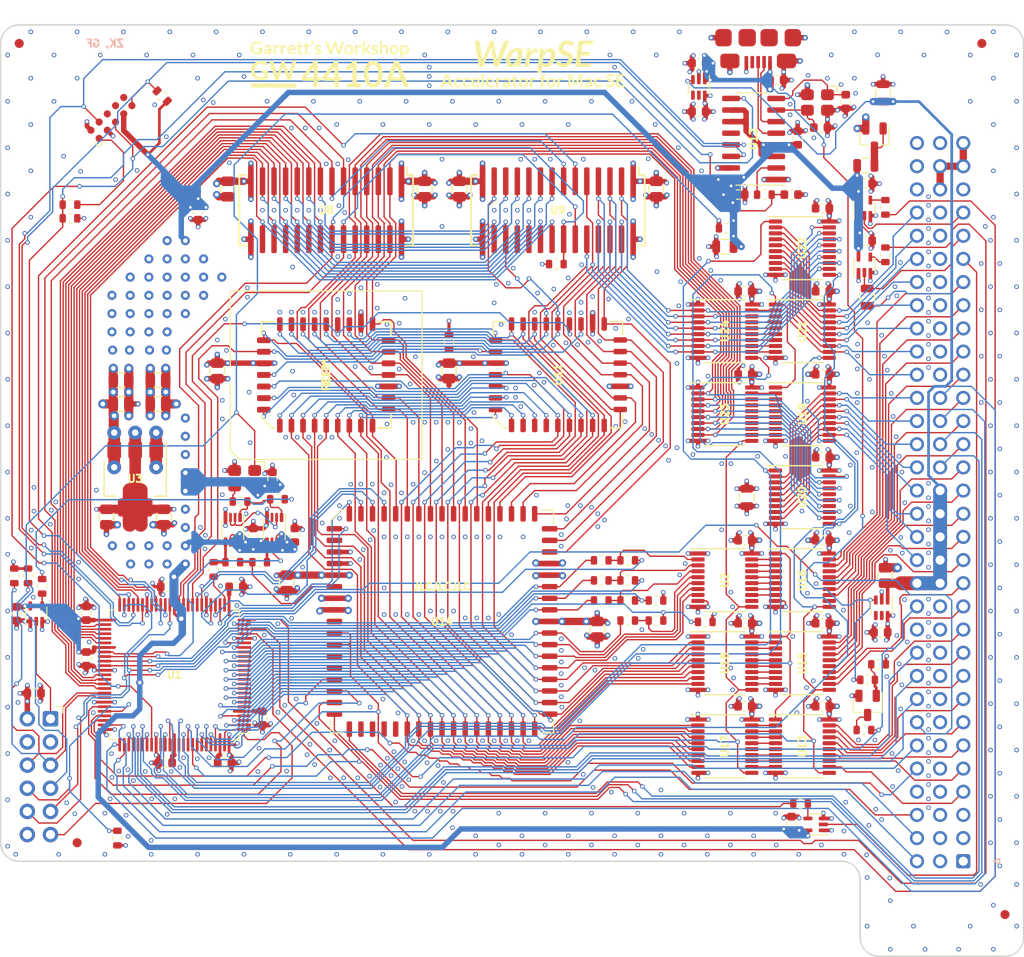
<source format=kicad_pcb>
(kicad_pcb
	(version 20240108)
	(generator "pcbnew")
	(generator_version "8.0")
	(general
		(thickness 1.6108)
		(legacy_teardrops no)
	)
	(paper "A4")
	(title_block
		(title "WarpSE (GW4410A)")
		(date "2024-04-23")
		(rev "1.0")
		(company "Garrett's Workshop")
	)
	(layers
		(0 "F.Cu" signal)
		(1 "In1.Cu" power)
		(2 "In2.Cu" power)
		(31 "B.Cu" signal)
		(32 "B.Adhes" user "B.Adhesive")
		(33 "F.Adhes" user "F.Adhesive")
		(34 "B.Paste" user)
		(35 "F.Paste" user)
		(36 "B.SilkS" user "B.Silkscreen")
		(37 "F.SilkS" user "F.Silkscreen")
		(38 "B.Mask" user)
		(39 "F.Mask" user)
		(40 "Dwgs.User" user "User.Drawings")
		(41 "Cmts.User" user "User.Comments")
		(42 "Eco1.User" user "User.Eco1")
		(43 "Eco2.User" user "User.Eco2")
		(44 "Edge.Cuts" user)
		(45 "Margin" user)
		(46 "B.CrtYd" user "B.Courtyard")
		(47 "F.CrtYd" user "F.Courtyard")
		(48 "B.Fab" user)
		(49 "F.Fab" user)
	)
	(setup
		(stackup
			(layer "F.SilkS"
				(type "Top Silk Screen")
			)
			(layer "F.Paste"
				(type "Top Solder Paste")
			)
			(layer "F.Mask"
				(type "Top Solder Mask")
				(thickness 0.01)
			)
			(layer "F.Cu"
				(type "copper")
				(thickness 0.035)
			)
			(layer "dielectric 1"
				(type "core")
				(thickness 0.2104)
				(material "FR4")
				(epsilon_r 4.6)
				(loss_tangent 0.02)
			)
			(layer "In1.Cu"
				(type "copper")
				(thickness 0.0175)
			)
			(layer "dielectric 2"
				(type "prepreg")
				(thickness 1.065)
				(material "FR4")
				(epsilon_r 4.5)
				(loss_tangent 0.02)
			)
			(layer "In2.Cu"
				(type "copper")
				(thickness 0.0175)
			)
			(layer "dielectric 3"
				(type "core")
				(thickness 0.2104)
				(material "FR4")
				(epsilon_r 4.6)
				(loss_tangent 0.02)
			)
			(layer "B.Cu"
				(type "copper")
				(thickness 0.035)
			)
			(layer "B.Mask"
				(type "Bottom Solder Mask")
				(thickness 0.01)
			)
			(layer "B.Paste"
				(type "Bottom Solder Paste")
			)
			(layer "B.SilkS"
				(type "Bottom Silk Screen")
			)
			(copper_finish "None")
			(dielectric_constraints no)
		)
		(pad_to_mask_clearance 0.0762)
		(solder_mask_min_width 0.127)
		(pad_to_paste_clearance -0.0381)
		(allow_soldermask_bridges_in_footprints no)
		(pcbplotparams
			(layerselection 0x00010fc_ffffffff)
			(plot_on_all_layers_selection 0x0000000_00000000)
			(disableapertmacros no)
			(usegerberextensions yes)
			(usegerberattributes no)
			(usegerberadvancedattributes no)
			(creategerberjobfile no)
			(dashed_line_dash_ratio 12.000000)
			(dashed_line_gap_ratio 3.000000)
			(svgprecision 6)
			(plotframeref no)
			(viasonmask no)
			(mode 1)
			(useauxorigin no)
			(hpglpennumber 1)
			(hpglpenspeed 20)
			(hpglpendiameter 15.000000)
			(pdf_front_fp_property_popups yes)
			(pdf_back_fp_property_popups yes)
			(dxfpolygonmode yes)
			(dxfimperialunits yes)
			(dxfusepcbnewfont yes)
			(psnegative no)
			(psa4output no)
			(plotreference yes)
			(plotvalue yes)
			(plotfptext yes)
			(plotinvisibletext no)
			(sketchpadsonfab no)
			(subtractmaskfromsilk yes)
			(outputformat 1)
			(mirror no)
			(drillshape 0)
			(scaleselection 1)
			(outputdirectory "gerber/")
		)
	)
	(net 0 "")
	(net 1 "GND")
	(net 2 "+5V")
	(net 3 "+3V3")
	(net 4 "-5V")
	(net 5 "+12V")
	(net 6 "-12V")
	(net 7 "USB5V")
	(net 8 "Net-(U12-XO)")
	(net 9 "Net-(U12-XI)")
	(net 10 "/Buf/MacA1")
	(net 11 "/Buf/MacA2")
	(net 12 "/Buf/MacA3")
	(net 13 "/Buf/MacA4")
	(net 14 "/Buf/MacA5")
	(net 15 "/Buf/MacA6")
	(net 16 "/Buf/MacA7")
	(net 17 "/Buf/MacA8")
	(net 18 "/Buf/MacA9")
	(net 19 "/Buf/MacA10")
	(net 20 "/Buf/MacA11")
	(net 21 "/Buf/MacA12")
	(net 22 "/Buf/MacA13")
	(net 23 "/Buf/MacA14")
	(net 24 "/Control/~{RESET}")
	(net 25 "/Buf/MacA15")
	(net 26 "/Control/Mac~{AS}")
	(net 27 "/Control/Mac~{UDS}")
	(net 28 "/Control/Mac~{LDS}")
	(net 29 "/Control/MacR~{W}")
	(net 30 "/Control/Mac~{DTACK}")
	(net 31 "/Buf/MacA16")
	(net 32 "/Control/Mac~{VMA}")
	(net 33 "/Control/Mac~{VPA}")
	(net 34 "/Buf/MacA17")
	(net 35 "/Buf/MacA18")
	(net 36 "/Buf/MacA19")
	(net 37 "/Buf/MacA20")
	(net 38 "/Buf/MacA21")
	(net 39 "/Buf/MacA22")
	(net 40 "/Buf/MacA23")
	(net 41 "/Control/Mac~{BERR}")
	(net 42 "/Control/~{IPL}2")
	(net 43 "/MC68k/~{IPL}1")
	(net 44 "/MC68k/~{IPL}0")
	(net 45 "unconnected-(J1A-FC2-PadA1)")
	(net 46 "unconnected-(J1A-FC1-PadA2)")
	(net 47 "unconnected-(J1A-FC0-PadA3)")
	(net 48 "unconnected-(J1B-NC-PadB10)")
	(net 49 "unconnected-(J1B-NC-PadB11)")
	(net 50 "unconnected-(J1B-~{HALT}-PadB12)")
	(net 51 "unconnected-(J1B-NC-PadB22)")
	(net 52 "unconnected-(J1B-NC-PadB23)")
	(net 53 "unconnected-(J1B-NC-PadB24)")
	(net 54 "unconnected-(J1B-NC-PadB25)")
	(net 55 "/Control/Mac~{BR}")
	(net 56 "unconnected-(J1B-NC-PadB26)")
	(net 57 "/Buf/MacD0")
	(net 58 "/Buf/MacD1")
	(net 59 "/Buf/MacD2")
	(net 60 "/Buf/MacD3")
	(net 61 "/Buf/MacD4")
	(net 62 "/Buf/MacD5")
	(net 63 "/Buf/MacD6")
	(net 64 "/Buf/MacD7")
	(net 65 "/Buf/MacD8")
	(net 66 "/Buf/MacD9")
	(net 67 "/Buf/MacD10")
	(net 68 "/Buf/MacD11")
	(net 69 "/Buf/MacD12")
	(net 70 "/Buf/MacD13")
	(net 71 "/Buf/MacD14")
	(net 72 "/Buf/MacD15")
	(net 73 "unconnected-(J1B-NC-PadB27)")
	(net 74 "/Control/TMS")
	(net 75 "/Control/TCK")
	(net 76 "unconnected-(J1B-~{EXT.DTK}-PadB28)")
	(net 77 "/Control/TDI")
	(net 78 "unconnected-(J1C-~{BGACK}-PadC4)")
	(net 79 "unconnected-(J1C-~{PMCYC}-PadC11)")
	(net 80 "unconnected-(J1C-NC-PadC31)")
	(net 81 "/Control/TDO")
	(net 82 "unconnected-(J2-Pin_6-Pad6)")
	(net 83 "unconnected-(J2-Pin_7-Pad7)")
	(net 84 "unconnected-(J2-Pin_8-Pad8)")
	(net 85 "/Buf/Aout23")
	(net 86 "Net-(J3-D-)")
	(net 87 "Net-(J3-D+)")
	(net 88 "/Clk.sch/MCLK")
	(net 89 "/Control/Acc~{VPA}")
	(net 90 "/Control/Acc~{BERR}")
	(net 91 "/Buf/Din~{OE}")
	(net 92 "/Buf/Dout~{OE}")
	(net 93 "/Buf/Aout~{OE}")
	(net 94 "/Buf/DinLE")
	(net 95 "/Buf/ADoutLE0")
	(net 96 "/Buf/ADoutLE1")
	(net 97 "/Buf/AccA5")
	(net 98 "/Buf/AccA6")
	(net 99 "/Buf/AccA7")
	(net 100 "/Buf/AccA8")
	(net 101 "/Buf/AccA9")
	(net 102 "/Control/U~{WE}")
	(net 103 "/Control/L~{WE}")
	(net 104 "/Control/~{RAS}")
	(net 105 "/Control/RA11")
	(net 106 "Net-(U6-Q)")
	(net 107 "/Buf/AccA10")
	(net 108 "/Control/RA9")
	(net 109 "/Control/RA10")
	(net 110 "/Control/RA8")
	(net 111 "/Control/RA0")
	(net 112 "/Control/RA7")
	(net 113 "/Control/RA1")
	(net 114 "/Buf/AccA11")
	(net 115 "/Control/RA6")
	(net 116 "/Control/RA2")
	(net 117 "/Control/RA5")
	(net 118 "/Control/RA3")
	(net 119 "/Control/RA4")
	(net 120 "/Buf/AccA12")
	(net 121 "/Control/~{OE}")
	(net 122 "/Control/~{CAS}")
	(net 123 "/Control/ROM~{OE}")
	(net 124 "/Control/ROM~{WE}")
	(net 125 "/Control/Acc~{UDS}")
	(net 126 "/Control/Acc~{AS}")
	(net 127 "/Control/Acc~{LDS}")
	(net 128 "/Buf/AccA13")
	(net 129 "/Control/Acc~{DTACK}")
	(net 130 "/Buf/AccA14")
	(net 131 "/Buf/AccA15")
	(net 132 "/Buf/AccA16")
	(net 133 "/Buf/AccA17")
	(net 134 "/Buf/AccA18")
	(net 135 "/Buf/AccA19")
	(net 136 "/Buf/AccA20")
	(net 137 "/Buf/AccA21")
	(net 138 "/Buf/AccA22")
	(net 139 "/Buf/AccA23")
	(net 140 "unconnected-(U2-Q7-Pad12)")
	(net 141 "Net-(U7-Q)")
	(net 142 "/Clk.sch/FCLK")
	(net 143 "Net-(U5-Output)")
	(net 144 "Net-(U6-CK)")
	(net 145 "/Control/Mac~{BG}")
	(net 146 "/Prog/TCKrc")
	(net 147 "/Buf/AccD6")
	(net 148 "/Buf/AccD7")
	(net 149 "/Buf/AccD5")
	(net 150 "/Buf/AccD3")
	(net 151 "/Buf/AccD1")
	(net 152 "/Buf/AccD2")
	(net 153 "/Buf/AccD4")
	(net 154 "/Buf/AccD14")
	(net 155 "/Buf/AccD15")
	(net 156 "/Buf/AccD13")
	(net 157 "/Buf/AccD11")
	(net 158 "/Buf/AccD9")
	(net 159 "/Buf/AccD8")
	(net 160 "/Buf/AccD10")
	(net 161 "/Buf/AccD12")
	(net 162 "/Buf/AccA1")
	(net 163 "/Buf/AccA2")
	(net 164 "/Buf/AccA3")
	(net 165 "unconnected-(U16-Q7-Pad12)")
	(net 166 "Net-(U16-D6)")
	(net 167 "Net-(U16-D5)")
	(net 168 "/Buf/AccA4")
	(net 169 "Net-(U16-D4)")
	(net 170 "Net-(U16-D3)")
	(net 171 "Net-(U16-D2)")
	(net 172 "Net-(U16-D1)")
	(net 173 "Net-(U16-D0)")
	(net 174 "Net-(U6-D)")
	(net 175 "/Buf/AccD0")
	(net 176 "Net-(U13-D0)")
	(net 177 "Net-(U13-D1)")
	(net 178 "Net-(U13-D2)")
	(net 179 "Net-(U13-D3)")
	(net 180 "Net-(U13-D4)")
	(net 181 "Net-(U13-D5)")
	(net 182 "Net-(U13-D6)")
	(net 183 "Net-(U13-D7)")
	(net 184 "unconnected-(U14-BG-Pad11)")
	(net 185 "unconnected-(U14-NC-Pad18)")
	(net 186 "unconnected-(U14-VMA-Pad21)")
	(net 187 "unconnected-(U14-E-Pad22)")
	(net 188 "unconnected-(U14-FC2-Pad28)")
	(net 189 "unconnected-(U14-FC1-Pad29)")
	(net 190 "unconnected-(U14-FC0-Pad30)")
	(net 191 "unconnected-(U14-NC-Pad31)")
	(net 192 "Net-(U15-D0)")
	(net 193 "Net-(U15-D1)")
	(net 194 "Net-(U15-D2)")
	(net 195 "Net-(U15-D3)")
	(net 196 "Net-(U15-D4)")
	(net 197 "Net-(U15-D5)")
	(net 198 "Net-(U15-D6)")
	(net 199 "Net-(U15-D7)")
	(net 200 "Net-(U19-D0)")
	(net 201 "/Prog/UTCK")
	(net 202 "Net-(U19-D1)")
	(net 203 "/Buf/Aout22")
	(net 204 "Net-(U19-D2)")
	(net 205 "Net-(U19-D3)")
	(net 206 "Net-(U19-D4)")
	(net 207 "Net-(U19-D5)")
	(net 208 "Net-(U19-D6)")
	(net 209 "Net-(U19-D7)")
	(net 210 "Net-(U21-D0)")
	(net 211 "Net-(U21-D1)")
	(net 212 "Net-(U21-D2)")
	(net 213 "Net-(U21-D3)")
	(net 214 "Net-(U21-D4)")
	(net 215 "Net-(U21-D5)")
	(net 216 "Net-(U21-D6)")
	(net 217 "Net-(U21-D7)")
	(net 218 "/Clk.sch/MCKE")
	(net 219 "/Buf/GA23")
	(net 220 "/Buf/GA22")
	(net 221 "/ClkBuf/E")
	(net 222 "/ClkBuf/BE")
	(net 223 "/ClkBuf/C8M")
	(net 224 "/ClkBuf/BC8M")
	(net 225 "/ClkBuf/C16M")
	(net 226 "/ClkBuf/BC16M")
	(net 227 "Net-(U28-Y)")
	(net 228 "Net-(U27-Y)")
	(net 229 "Net-(U26-Y)")
	(net 230 "unconnected-(J3-ID-Pad4)")
	(net 231 "Net-(Q1-C)")
	(net 232 "Net-(Q1-B)")
	(net 233 "/Control/DBG4_IOWS")
	(net 234 "unconnected-(U6-~{Q}-Pad3)")
	(net 235 "CLKEN")
	(net 236 "+5Vin")
	(net 237 "unconnected-(U4-NC-Pad4)")
	(net 238 "unconnected-(U4-ST-Pad5)")
	(net 239 "unconnected-(U25-NC-Pad4)")
	(net 240 "unconnected-(U25-ST-Pad5)")
	(net 241 "/Control/AccR~{W}")
	(net 242 "/Buf/Aout21")
	(net 243 "/Buf/Aout20")
	(net 244 "/Buf/GA21")
	(net 245 "/Buf/GA20")
	(net 246 "Net-(Q2-B)")
	(net 247 "/Control/DBG1_RAMWS")
	(net 248 "/Control/DBG5_GTS_GOE")
	(net 249 "/Control/DBG0_ROMWS")
	(net 250 "CLKIN")
	(net 251 "/Control/CLKINu")
	(net 252 "Net-(U29-Y)")
	(footprint "stdpads:C_0805" (layer "F.Cu") (at 113.4 76.8))
	(footprint "stdpads:C_0805" (layer "F.Cu") (at 117.45 76.8))
	(footprint "stdpads:C_0805" (layer "F.Cu") (at 117.45 79.4))
	(footprint "stdpads:C_0805" (layer "F.Cu") (at 113.4 79.4))
	(footprint "stdpads:TQFP-100_14x14mm_P0.5mm" (layer "F.Cu") (at 119.25 109.1 90))
	(footprint "stdpads:SOJ-28_300mil" (layer "F.Cu") (at 161.29 58.166 -90))
	(footprint "stdpads:DIN41612_R_3x32_Male_Vertical_THT" (layer "F.Cu") (at 205.74 129.54 180))
	(footprint "stdpads:C_0603" (layer "F.Cu") (at 126 99.45))
	(footprint "stdpads:TSSOP-20_4.4x6.5mm_P0.65mm" (layer "F.Cu") (at 179.6 98.725 -90))
	(footprint "stdpads:C_0603" (layer "F.Cu") (at 181.8 94.35 180))
	(footprint "stdpads:C_0603" (layer "F.Cu") (at 190.3 57.95 180))
	(footprint "stdpads:C_0603" (layer "F.Cu") (at 190.3 94.35 180))
	(footprint "stdpads:C_0603" (layer "F.Cu") (at 190.3 85.25 180))
	(footprint "stdpads:C_0603" (layer "F.Cu") (at 181.8 112.55 180))
	(footprint "stdpads:C_0603" (layer "F.Cu") (at 190.3 112.55 180))
	(footprint "stdpads:C_0603" (layer "F.Cu") (at 190.3 67.05 180))
	(footprint "stdpads:C_0603" (layer "F.Cu") (at 181.8 67.05 180))
	(footprint "stdpads:C_0603" (layer "F.Cu") (at 181.8 76.15 180))
	(footprint "stdpads:C_0603" (layer "F.Cu") (at 181.8 103.45 180))
	(footprint "stdpads:C_0603" (layer "F.Cu") (at 190.3 103.45 180))
	(footprint "stdpads:C_0805" (layer "F.Cu") (at 197.1675 98.21 90))
	(footprint "stdpads:C_0805" (layer "F.Cu") (at 131.572 99.021 -90))
	(footprint "stdpads:C_0805" (layer "F.Cu") (at 165.608 104.101 -90))
	(footprint "stdpads:TSSOP-20_4.4x6.5mm_P0.65mm" (layer "F.Cu") (at 179.6 71.425 -90))
	(footprint "stdpads:TSSOP-20_4.4x6.5mm_P0.65mm" (layer "F.Cu") (at 179.6 80.525 -90))
	(footprint "stdpads:TSSOP-20_4.4x6.5mm_P0.65mm"
		(layer "F.Cu")
		(uuid "00000000-0000-0000-0000-000061aa2cab")
		(at 188.1 62.325 -90)
		(descr "20-Lead Plastic Thin Shrink Small Outline (ST)-4.4 mm Body [TSSOP] (see Microchip Packaging Specification 00000049BS.pdf)")
		(tags "SSOP 0.65")
		(property "Reference" "U22"
			(at 0 0 90)
			(layer "F.Fab")
			(uuid "d874bd4f-bf55-45d0-9862-c6656c3ba93b")
			(effects
				(font
					(size 0.8128 0.8128)
					(thickness 0.2032)
				)
			)
		)
		(property "Value" "74AHCT573PW"
			(at 0 1.016 90)
			(layer "F.Fab")
			(uuid "f7d389d4-f96b-4a5b-8eff-544c84f149a5")
			(effects
				(font
					(size 0.508 0.508)
					(thickness 0.127)
				)
			)
		)
		(property "Footprint" "stdpads:TSSOP-20_4.4x6.5mm_P0.65mm"
			(at 0 0 -90)
			(layer "F.Fab")
			(hide yes)
			(uuid "905601cd-d44d-4437-a710-5ad7bfe9767b")
			(effects
				(font
					(size 1.27 1.27)
					(thickness 0.15)
				)
			)
		)
		(property "Datasheet" ""
			(at 0 0 -90)
			(layer "F.Fab")
			(hide yes)
			(uuid "4b13bc0b-c0e
... [1568163 chars truncated]
</source>
